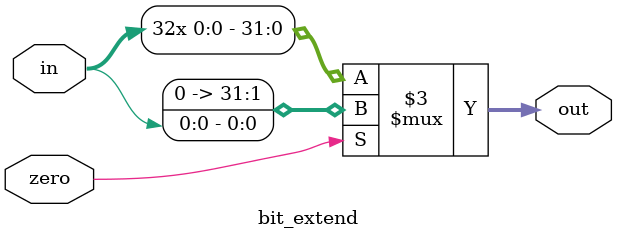
<source format=v>
module bit_extend(zero, in, out);
    parameter IN_WIDTH = 1;
    parameter OUT_WIDTH = 32;

    input zero;
    input [IN_WIDTH-1:0] in;
    output reg [OUT_WIDTH-1:0] out;

    always @(*) begin
        if (zero) 
            out = { {(OUT_WIDTH-IN_WIDTH){1'b0}}, in }; // 零扩展
        else 
            out = { {(OUT_WIDTH-IN_WIDTH){in[IN_WIDTH-1]}}, in }; // 符号扩展
    end

endmodule
</source>
